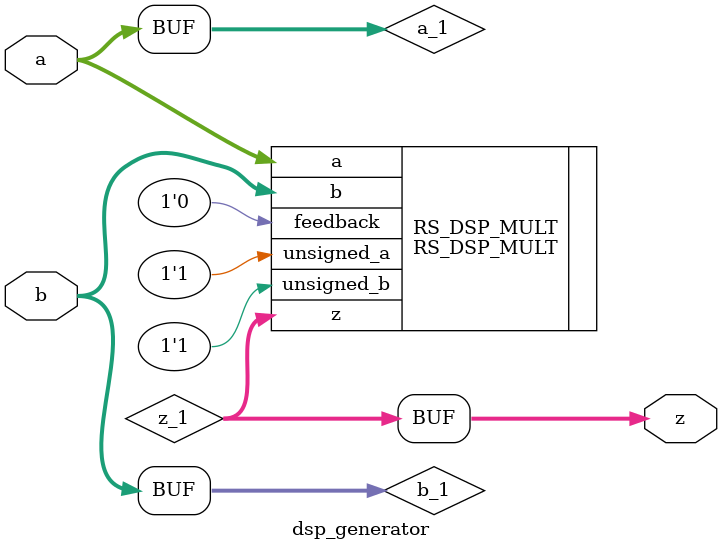
<source format=v>

`timescale 1ns / 1ps


module dsp_generator (
    input  wire   [19:0] a,
    input  wire   [17:0] b,
    output wire   [37:0] z
);


//------------------------------------------------------------------------------
// Signals
//------------------------------------------------------------------------------

wire   [19:0] a_1;
wire   [17:0] b_1;
wire   [37:0] z_1;

//------------------------------------------------------------------------------
// Combinatorial Logic
//------------------------------------------------------------------------------

assign a_1 = a;
assign b_1 = b;
assign z = z_1;


//------------------------------------------------------------------------------
// Synchronous Logic
//------------------------------------------------------------------------------


//------------------------------------------------------------------------------
// Specialized Logic
//------------------------------------------------------------------------------

RS_DSP_MULT #(
	.MODE_BITS(1'd0)
) RS_DSP_MULT (
	.a(a_1),
	.b(b_1),
	.feedback(1'd0),
	.unsigned_a(1'd1),
	.unsigned_b(1'd1),
	.z(z_1)
);

endmodule

// -----------------------------------------------------------------------------
//  Auto-Generated by LiteX on 2023-07-12 11:59:13.
//------------------------------------------------------------------------------

</source>
